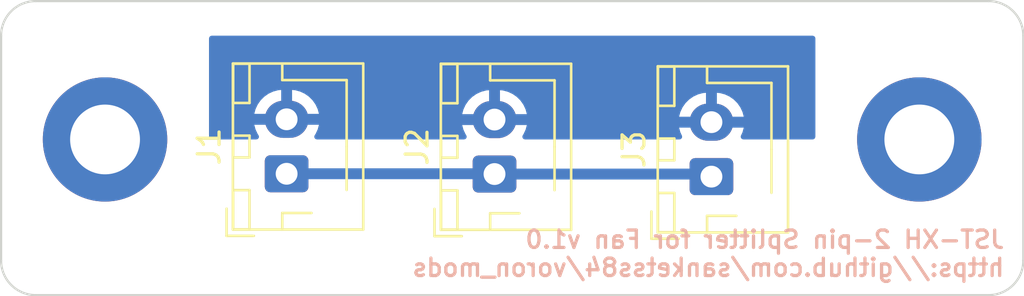
<source format=kicad_pcb>
(kicad_pcb (version 20221018) (generator pcbnew)
  (layers (0 "F.Cu" signal) (31 "B.Cu" signal) (34 "B.Paste" user) (35 "F.Paste" user) (36 "B.SilkS" user "B.Silkscreen") (37 "F.SilkS" user "F.Silkscreen") (38 "B.Mask" user) (39 "F.Mask" user) (44 "Edge.Cuts" user))
  (net 0 "")
  (net 1 "GND")
  (net 2 "+24V")
  (footprint "Connector_JST:JST_XH_B2B-XH-AM_1x02_P2.50mm_Vertical" (layer "F.Cu") (at 131.35 80.16875 90)
    (fp_text reference "J2" (at 1.25 -3.55 90) (layer "F.SilkS"))
    (fp_text value "Conn_01x02")
    (fp_line (start -2.85 -2.75) (end -2.85 -1.5) (stroke (width 0.12)) (layer "F.SilkS"))
    (fp_line (start -2.56 -2.46) (end -2.56 3.51) (stroke (width 0.12)) (layer "F.SilkS"))
    (fp_line (start -2.56 3.51) (end 5.06 3.51) (stroke (width 0.12)) (layer "F.SilkS"))
    (fp_line (start -2.55 -2.45) (end -2.55 -1.7) (stroke (width 0.12)) (layer "F.SilkS"))
    (fp_line (start -2.55 -1.7) (end -0.75 -1.7) (stroke (width 0.12)) (layer "F.SilkS"))
    (fp_line (start -2.55 -0.2) (end -1.8 -0.2) (stroke (width 0.12)) (layer "F.SilkS"))
    (fp_line (start -1.8 -0.2) (end -1.8 1.14) (stroke (width 0.12)) (layer "F.SilkS"))
    (fp_line (start -1.6 -2.75) (end -2.85 -2.75) (stroke (width 0.12)) (layer "F.SilkS"))
    (fp_line (start -0.75 -2.45) (end -2.55 -2.45) (stroke (width 0.12)) (layer "F.SilkS"))
    (fp_line (start -0.75 -1.7) (end -0.75 -2.45) (stroke (width 0.12)) (layer "F.SilkS"))
    (fp_line (start 0.75 -2.45) (end 0.75 -1.7) (stroke (width 0.12)) (layer "F.SilkS"))
    (fp_line (start 0.75 -1.7) (end 1.75 -1.7) (stroke (width 0.12)) (layer "F.SilkS"))
    (fp_line (start 1.25 2.75) (end -0.74 2.75) (stroke (width 0.12)) (layer "F.SilkS"))
    (fp_line (start 1.75 -2.45) (end 0.75 -2.45) (stroke (width 0.12)) (layer "F.SilkS"))
    (fp_line (start 1.75 -1.7) (end 1.75 -2.45) (stroke (width 0.12)) (layer "F.SilkS"))
    (fp_line (start 3.25 -2.45) (end 3.25 -1.7) (stroke (width 0.12)) (layer "F.SilkS"))
    (fp_line (start 3.25 -1.7) (end 5.05 -1.7) (stroke (width 0.12)) (layer "F.SilkS"))
    (fp_line (start 4.3 -0.2) (end 4.3 2.75) (stroke (width 0.12)) (layer "F.SilkS"))
    (fp_line (start 4.3 2.75) (end 1.25 2.75) (stroke (width 0.12)) (layer "F.SilkS"))
    (fp_line (start 5.05 -2.45) (end 3.25 -2.45) (stroke (width 0.12)) (layer "F.SilkS"))
    (fp_line (start 5.05 -1.7) (end 5.05 -2.45) (stroke (width 0.12)) (layer "F.SilkS"))
    (fp_line (start 5.05 -0.2) (end 4.3 -0.2) (stroke (width 0.12)) (layer "F.SilkS"))
    (fp_line (start 5.06 -2.46) (end -2.56 -2.46) (stroke (width 0.12)) (layer "F.SilkS"))
    (fp_line (start 5.06 3.51) (end 5.06 -2.46) (stroke (width 0.12)) (layer "F.SilkS"))
    (pad "" np_thru_hole circle (at -1.6 2 90) (size 1.2 1.2) (drill 1.2) (layers "*.Cu" "*.Mask"))
    (pad "1" thru_hole roundrect (at 0 0 90) (size 1.7 2) (drill 1) (layers "*.Cu" "*.Mask") (roundrect_rratio 0.1470588235) (net 2 "+24V"))
    (pad "2" thru_hole oval (at 2.5 0 90) (size 1.7 2) (drill 1) (layers "*.Cu" "*.Mask") (net 1 "GND"))
  )
  (footprint "Connector_JST:JST_XH_B2B-XH-AM_1x02_P2.50mm_Vertical" (layer "F.Cu") (at 121.825 80.15625 90)
    (fp_text reference "J1" (at 1.25 -3.55 90) (layer "F.SilkS"))
    (fp_text value "Conn_01x02")
    (fp_line (start -2.85 -2.75) (end -2.85 -1.5) (stroke (width 0.12)) (layer "F.SilkS"))
    (fp_line (start -2.56 -2.46) (end -2.56 3.51) (stroke (width 0.12)) (layer "F.SilkS"))
    (fp_line (start -2.56 3.51) (end 5.06 3.51) (stroke (width 0.12)) (layer "F.SilkS"))
    (fp_line (start -2.55 -2.45) (end -2.55 -1.7) (stroke (width 0.12)) (layer "F.SilkS"))
    (fp_line (start -2.55 -1.7) (end -0.75 -1.7) (stroke (width 0.12)) (layer "F.SilkS"))
    (fp_line (start -2.55 -0.2) (end -1.8 -0.2) (stroke (width 0.12)) (layer "F.SilkS"))
    (fp_line (start -1.8 -0.2) (end -1.8 1.14) (stroke (width 0.12)) (layer "F.SilkS"))
    (fp_line (start -1.6 -2.75) (end -2.85 -2.75) (stroke (width 0.12)) (layer "F.SilkS"))
    (fp_line (start -0.75 -2.45) (end -2.55 -2.45) (stroke (width 0.12)) (layer "F.SilkS"))
    (fp_line (start -0.75 -1.7) (end -0.75 -2.45) (stroke (width 0.12)) (layer "F.SilkS"))
    (fp_line (start 0.75 -2.45) (end 0.75 -1.7) (stroke (width 0.12)) (layer "F.SilkS"))
    (fp_line (start 0.75 -1.7) (end 1.75 -1.7) (stroke (width 0.12)) (layer "F.SilkS"))
    (fp_line (start 1.25 2.75) (end -0.74 2.75) (stroke (width 0.12)) (layer "F.SilkS"))
    (fp_line (start 1.75 -2.45) (end 0.75 -2.45) (stroke (width 0.12)) (layer "F.SilkS"))
    (fp_line (start 1.75 -1.7) (end 1.75 -2.45) (stroke (width 0.12)) (layer "F.SilkS"))
    (fp_line (start 3.25 -2.45) (end 3.25 -1.7) (stroke (width 0.12)) (layer "F.SilkS"))
    (fp_line (start 3.25 -1.7) (end 5.05 -1.7) (stroke (width 0.12)) (layer "F.SilkS"))
    (fp_line (start 4.3 -0.2) (end 4.3 2.75) (stroke (width 0.12)) (layer "F.SilkS"))
    (fp_line (start 4.3 2.75) (end 1.25 2.75) (stroke (width 0.12)) (layer "F.SilkS"))
    (fp_line (start 5.05 -2.45) (end 3.25 -2.45) (stroke (width 0.12)) (layer "F.SilkS"))
    (fp_line (start 5.05 -1.7) (end 5.05 -2.45) (stroke (width 0.12)) (layer "F.SilkS"))
    (fp_line (start 5.05 -0.2) (end 4.3 -0.2) (stroke (width 0.12)) (layer "F.SilkS"))
    (fp_line (start 5.06 -2.46) (end -2.56 -2.46) (stroke (width 0.12)) (layer "F.SilkS"))
    (fp_line (start 5.06 3.51) (end 5.06 -2.46) (stroke (width 0.12)) (layer "F.SilkS"))
    (pad "" np_thru_hole circle (at -1.6 2 90) (size 1.2 1.2) (drill 1.2) (layers "*.Cu" "*.Mask"))
    (pad "1" thru_hole roundrect (at 0 0 90) (size 1.7 2) (drill 1) (layers "*.Cu" "*.Mask") (roundrect_rratio 0.1470588235) (net 2 "+24V"))
    (pad "2" thru_hole oval (at 2.5 0 90) (size 1.7 2) (drill 1) (layers "*.Cu" "*.Mask") (net 1 "GND"))
  )
  (footprint "MountingHole:MountingHole_3.2mm_M3_ISO7380_Pad_TopBottom" (layer "F.Cu") (at 113.50625 78.58125)
    (fp_text reference "H1" hide)
    (fp_text value "MountingHole" hide)
    (pad "1" thru_hole circle (at 0 0) (size 3.6 3.6) (drill 3.2) (layers "*.Cu" "*.Mask"))
    (pad "1" connect circle (at 0 0) (size 5.7 5.7) (layers "F.Cu" "F.Mask"))
    (pad "1" connect circle (at 0 0) (size 5.7 5.7) (layers "B.Cu" "B.Mask"))
  )
  (footprint "MountingHole:MountingHole_3.2mm_M3_ISO7380_Pad_TopBottom" (layer "F.Cu") (at 150.8125 78.58125)
    (fp_text reference "H2" hide)
    (fp_text value "MountingHole" hide)
    (pad "1" thru_hole circle (at 0 0) (size 3.6 3.6) (drill 3.2) (layers "*.Cu" "*.Mask"))
    (pad "1" connect circle (at 0 0) (size 5.7 5.7) (layers "F.Cu" "F.Mask"))
    (pad "1" connect circle (at 0 0) (size 5.7 5.7) (layers "B.Cu" "B.Mask"))
  )
  (footprint "Connector_JST:JST_XH_B2B-XH-AM_1x02_P2.50mm_Vertical" (layer "F.Cu") (at 141.2875 80.2875 90)
    (fp_text reference "J3" (at 1.25 -3.55 90) (layer "F.SilkS"))
    (fp_text value "Conn_01x02")
    (fp_line (start -2.85 -2.75) (end -2.85 -1.5) (stroke (width 0.12)) (layer "F.SilkS"))
    (fp_line (start -2.56 -2.46) (end -2.56 3.51) (stroke (width 0.12)) (layer "F.SilkS"))
    (fp_line (start -2.56 3.51) (end 5.06 3.51) (stroke (width 0.12)) (layer "F.SilkS"))
    (fp_line (start -2.55 -2.45) (end -2.55 -1.7) (stroke (width 0.12)) (layer "F.SilkS"))
    (fp_line (start -2.55 -1.7) (end -0.75 -1.7) (stroke (width 0.12)) (layer "F.SilkS"))
    (fp_line (start -2.55 -0.2) (end -1.8 -0.2) (stroke (width 0.12)) (layer "F.SilkS"))
    (fp_line (start -1.8 -0.2) (end -1.8 1.14) (stroke (width 0.12)) (layer "F.SilkS"))
    (fp_line (start -1.6 -2.75) (end -2.85 -2.75) (stroke (width 0.12)) (layer "F.SilkS"))
    (fp_line (start -0.75 -2.45) (end -2.55 -2.45) (stroke (width 0.12)) (layer "F.SilkS"))
    (fp_line (start -0.75 -1.7) (end -0.75 -2.45) (stroke (width 0.12)) (layer "F.SilkS"))
    (fp_line (start 0.75 -2.45) (end 0.75 -1.7) (stroke (width 0.12)) (layer "F.SilkS"))
    (fp_line (start 0.75 -1.7) (end 1.75 -1.7) (stroke (width 0.12)) (layer "F.SilkS"))
    (fp_line (start 1.25 2.75) (end -0.74 2.75) (stroke (width 0.12)) (layer "F.SilkS"))
    (fp_line (start 1.75 -2.45) (end 0.75 -2.45) (stroke (width 0.12)) (layer "F.SilkS"))
    (fp_line (start 1.75 -1.7) (end 1.75 -2.45) (stroke (width 0.12)) (layer "F.SilkS"))
    (fp_line (start 3.25 -2.45) (end 3.25 -1.7) (stroke (width 0.12)) (layer "F.SilkS"))
    (fp_line (start 3.25 -1.7) (end 5.05 -1.7) (stroke (width 0.12)) (layer "F.SilkS"))
    (fp_line (start 4.3 -0.2) (end 4.3 2.75) (stroke (width 0.12)) (layer "F.SilkS"))
    (fp_line (start 4.3 2.75) (end 1.25 2.75) (stroke (width 0.12)) (layer "F.SilkS"))
    (fp_line (start 5.05 -2.45) (end 3.25 -2.45) (stroke (width 0.12)) (layer "F.SilkS"))
    (fp_line (start 5.05 -1.7) (end 5.05 -2.45) (stroke (width 0.12)) (layer "F.SilkS"))
    (fp_line (start 5.05 -0.2) (end 4.3 -0.2) (stroke (width 0.12)) (layer "F.SilkS"))
    (fp_line (start 5.06 -2.46) (end -2.56 -2.46) (stroke (width 0.12)) (layer "F.SilkS"))
    (fp_line (start 5.06 3.51) (end 5.06 -2.46) (stroke (width 0.12)) (layer "F.SilkS"))
    (pad "" np_thru_hole circle (at -1.6 2 90) (size 1.2 1.2) (drill 1.2) (layers "*.Cu" "*.Mask"))
    (pad "1" thru_hole roundrect (at 0 0 90) (size 1.7 2) (drill 1) (layers "*.Cu" "*.Mask") (roundrect_rratio 0.1470588235) (net 2 "+24V"))
    (pad "2" thru_hole oval (at 2.5 0 90) (size 1.7 2) (drill 1) (layers "*.Cu" "*.Mask") (net 1 "GND"))
  )
  (gr_arc (start 110.33125 85.725) (mid 109.208718 85.260032) (end 108.74375 84.1375) (stroke (width 0.1)) (layer "Edge.Cuts"))
  (gr_arc (start 155.575 84.1375) (mid 155.110032 85.260032) (end 153.9875 85.725) (stroke (width 0.1)) (layer "Edge.Cuts"))
  (gr_line (start 108.74375 84.1375) (end 108.74375 73.81875) (stroke (width 0.1)) (layer "Edge.Cuts"))
  (gr_arc (start 108.74375 73.81875) (mid 109.208736 72.69625) (end 110.33125 72.23125) (stroke (width 0.1)) (layer "Edge.Cuts"))
  (gr_line (start 155.575 84.1375) (end 155.575 73.81875) (stroke (width 0.1)) (layer "Edge.Cuts"))
  (gr_line (start 153.9875 85.725) (end 110.33125 85.725) (stroke (width 0.1)) (layer "Edge.Cuts"))
  (gr_line (start 110.33125 72.23125) (end 153.9875 72.23125) (stroke (width 0.1)) (layer "Edge.Cuts"))
  (gr_arc (start 153.9875 72.23125) (mid 155.11005 72.696215) (end 155.575 73.81875) (stroke (width 0.1)) (layer "Edge.Cuts"))
  (gr_text "JST-XH 2-pin Splitter for Fan v1.0 \nhttps://github.com/sanketss84/voron_mods" (at 154.78125 84.93125) (layer "B.SilkS") (effects (font (size 0.8 0.8)) (justify left bottom mirror)))
  (segment (start 121.825 80.15625) (end 131.3375 80.15625) (width 0.5) (layer "B.Cu") (net 2))
  (segment (start 131.3375 80.15625) (end 131.35 80.16875) (width 0.25) (layer "B.Cu") (net 2))
  (segment (start 141.16875 80.16875) (end 141.2875 80.2875) (width 0.25) (layer "B.Cu") (net 2))
  (segment (start 131.35 80.16875) (end 141.16875 80.16875) (width 0.5) (layer "B.Cu") (net 2))
  (zone (net 1) (net_name "GND") (layer "B.Cu") (connect_pads (clearance 0.5)) (min_thickness 0.25) (fill yes (thermal_gap 0.5) (thermal_bridge_width 0.5))
    (polygon (pts (xy 118.26875 73.81875) (xy 118.26875 78.58125) (xy 146.05 78.58125) (xy 146.05 73.81875)))
  )
)
</source>
